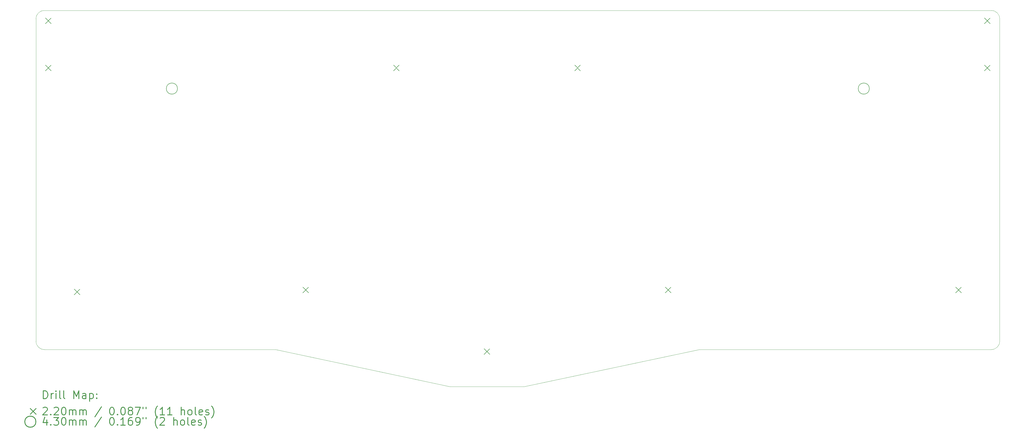
<source format=gbr>
%FSLAX45Y45*%
G04 Gerber Fmt 4.5, Leading zero omitted, Abs format (unit mm)*
G04 Created by KiCad (PCBNEW (5.1.6)-1) date 2020-10-24 16:54:56*
%MOMM*%
%LPD*%
G01*
G04 APERTURE LIST*
%TA.AperFunction,Profile*%
%ADD10C,0.050000*%
%TD*%
%ADD11C,0.200000*%
%ADD12C,0.300000*%
G04 APERTURE END LIST*
D10*
X39449375Y-20081875D02*
G75*
G02*
X39131875Y-20399375I-317500J0D01*
G01*
X2619375Y-20399375D02*
X11544300Y-20399375D01*
X39131875Y-7302500D02*
G75*
G02*
X39449375Y-7620000I0J-317500D01*
G01*
X39131875Y-20399375D02*
X27860625Y-20399375D01*
X27860625Y-20399375D02*
X21113750Y-21828125D01*
X18256250Y-21828125D02*
X21113750Y-21828125D01*
X11544300Y-20399375D02*
X18256250Y-21828125D01*
X2301875Y-7620000D02*
G75*
G02*
X2619375Y-7302500I317500J0D01*
G01*
X2619375Y-7302500D02*
X39131875Y-7302500D01*
X2301875Y-7620000D02*
X2301875Y-20081875D01*
X39449375Y-7620000D02*
X39449375Y-20081875D01*
X2619375Y-20399375D02*
G75*
G02*
X2301875Y-20081875I0J317500D01*
G01*
D11*
X23067500Y-9415000D02*
X23287500Y-9635000D01*
X23287500Y-9415000D02*
X23067500Y-9635000D01*
X3779375Y-18066875D02*
X3999375Y-18286875D01*
X3999375Y-18066875D02*
X3779375Y-18286875D01*
X16082500Y-9415000D02*
X16302500Y-9635000D01*
X16302500Y-9415000D02*
X16082500Y-9635000D01*
X19575000Y-20368750D02*
X19795000Y-20588750D01*
X19795000Y-20368750D02*
X19575000Y-20588750D01*
X12590000Y-17987500D02*
X12810000Y-18207500D01*
X12810000Y-17987500D02*
X12590000Y-18207500D01*
X2668125Y-9415000D02*
X2888125Y-9635000D01*
X2888125Y-9415000D02*
X2668125Y-9635000D01*
X26560000Y-17987500D02*
X26780000Y-18207500D01*
X26780000Y-17987500D02*
X26560000Y-18207500D01*
X38863125Y-9415000D02*
X39083125Y-9635000D01*
X39083125Y-9415000D02*
X38863125Y-9635000D01*
X38863125Y-7589375D02*
X39083125Y-7809375D01*
X39083125Y-7589375D02*
X38863125Y-7809375D01*
X2668125Y-7589375D02*
X2888125Y-7809375D01*
X2888125Y-7589375D02*
X2668125Y-7809375D01*
X37751875Y-17987500D02*
X37971875Y-18207500D01*
X37971875Y-17987500D02*
X37751875Y-18207500D01*
X7755625Y-10318750D02*
G75*
G03*
X7755625Y-10318750I-215000J0D01*
G01*
X34425625Y-10318750D02*
G75*
G03*
X34425625Y-10318750I-215000J0D01*
G01*
D12*
X2585803Y-22296339D02*
X2585803Y-21996339D01*
X2657232Y-21996339D01*
X2700089Y-22010625D01*
X2728661Y-22039197D01*
X2742946Y-22067768D01*
X2757232Y-22124911D01*
X2757232Y-22167768D01*
X2742946Y-22224911D01*
X2728661Y-22253482D01*
X2700089Y-22282054D01*
X2657232Y-22296339D01*
X2585803Y-22296339D01*
X2885803Y-22296339D02*
X2885803Y-22096339D01*
X2885803Y-22153482D02*
X2900089Y-22124911D01*
X2914375Y-22110625D01*
X2942946Y-22096339D01*
X2971518Y-22096339D01*
X3071518Y-22296339D02*
X3071518Y-22096339D01*
X3071518Y-21996339D02*
X3057232Y-22010625D01*
X3071518Y-22024911D01*
X3085803Y-22010625D01*
X3071518Y-21996339D01*
X3071518Y-22024911D01*
X3257232Y-22296339D02*
X3228661Y-22282054D01*
X3214375Y-22253482D01*
X3214375Y-21996339D01*
X3414375Y-22296339D02*
X3385803Y-22282054D01*
X3371518Y-22253482D01*
X3371518Y-21996339D01*
X3757232Y-22296339D02*
X3757232Y-21996339D01*
X3857232Y-22210625D01*
X3957232Y-21996339D01*
X3957232Y-22296339D01*
X4228661Y-22296339D02*
X4228661Y-22139197D01*
X4214375Y-22110625D01*
X4185803Y-22096339D01*
X4128661Y-22096339D01*
X4100089Y-22110625D01*
X4228661Y-22282054D02*
X4200089Y-22296339D01*
X4128661Y-22296339D01*
X4100089Y-22282054D01*
X4085803Y-22253482D01*
X4085803Y-22224911D01*
X4100089Y-22196339D01*
X4128661Y-22182054D01*
X4200089Y-22182054D01*
X4228661Y-22167768D01*
X4371518Y-22096339D02*
X4371518Y-22396339D01*
X4371518Y-22110625D02*
X4400089Y-22096339D01*
X4457232Y-22096339D01*
X4485803Y-22110625D01*
X4500089Y-22124911D01*
X4514375Y-22153482D01*
X4514375Y-22239197D01*
X4500089Y-22267768D01*
X4485803Y-22282054D01*
X4457232Y-22296339D01*
X4400089Y-22296339D01*
X4371518Y-22282054D01*
X4642946Y-22267768D02*
X4657232Y-22282054D01*
X4642946Y-22296339D01*
X4628661Y-22282054D01*
X4642946Y-22267768D01*
X4642946Y-22296339D01*
X4642946Y-22110625D02*
X4657232Y-22124911D01*
X4642946Y-22139197D01*
X4628661Y-22124911D01*
X4642946Y-22110625D01*
X4642946Y-22139197D01*
X2079375Y-22680625D02*
X2299375Y-22900625D01*
X2299375Y-22680625D02*
X2079375Y-22900625D01*
X2571518Y-22654911D02*
X2585803Y-22640625D01*
X2614375Y-22626339D01*
X2685803Y-22626339D01*
X2714375Y-22640625D01*
X2728661Y-22654911D01*
X2742946Y-22683482D01*
X2742946Y-22712054D01*
X2728661Y-22754911D01*
X2557232Y-22926339D01*
X2742946Y-22926339D01*
X2871518Y-22897768D02*
X2885803Y-22912054D01*
X2871518Y-22926339D01*
X2857232Y-22912054D01*
X2871518Y-22897768D01*
X2871518Y-22926339D01*
X3000089Y-22654911D02*
X3014375Y-22640625D01*
X3042946Y-22626339D01*
X3114375Y-22626339D01*
X3142946Y-22640625D01*
X3157232Y-22654911D01*
X3171518Y-22683482D01*
X3171518Y-22712054D01*
X3157232Y-22754911D01*
X2985803Y-22926339D01*
X3171518Y-22926339D01*
X3357232Y-22626339D02*
X3385803Y-22626339D01*
X3414375Y-22640625D01*
X3428661Y-22654911D01*
X3442946Y-22683482D01*
X3457232Y-22740625D01*
X3457232Y-22812054D01*
X3442946Y-22869196D01*
X3428661Y-22897768D01*
X3414375Y-22912054D01*
X3385803Y-22926339D01*
X3357232Y-22926339D01*
X3328661Y-22912054D01*
X3314375Y-22897768D01*
X3300089Y-22869196D01*
X3285803Y-22812054D01*
X3285803Y-22740625D01*
X3300089Y-22683482D01*
X3314375Y-22654911D01*
X3328661Y-22640625D01*
X3357232Y-22626339D01*
X3585803Y-22926339D02*
X3585803Y-22726339D01*
X3585803Y-22754911D02*
X3600089Y-22740625D01*
X3628661Y-22726339D01*
X3671518Y-22726339D01*
X3700089Y-22740625D01*
X3714375Y-22769196D01*
X3714375Y-22926339D01*
X3714375Y-22769196D02*
X3728661Y-22740625D01*
X3757232Y-22726339D01*
X3800089Y-22726339D01*
X3828661Y-22740625D01*
X3842946Y-22769196D01*
X3842946Y-22926339D01*
X3985803Y-22926339D02*
X3985803Y-22726339D01*
X3985803Y-22754911D02*
X4000089Y-22740625D01*
X4028661Y-22726339D01*
X4071518Y-22726339D01*
X4100089Y-22740625D01*
X4114375Y-22769196D01*
X4114375Y-22926339D01*
X4114375Y-22769196D02*
X4128661Y-22740625D01*
X4157232Y-22726339D01*
X4200089Y-22726339D01*
X4228661Y-22740625D01*
X4242946Y-22769196D01*
X4242946Y-22926339D01*
X4828661Y-22612054D02*
X4571518Y-22997768D01*
X5214375Y-22626339D02*
X5242946Y-22626339D01*
X5271518Y-22640625D01*
X5285803Y-22654911D01*
X5300089Y-22683482D01*
X5314375Y-22740625D01*
X5314375Y-22812054D01*
X5300089Y-22869196D01*
X5285803Y-22897768D01*
X5271518Y-22912054D01*
X5242946Y-22926339D01*
X5214375Y-22926339D01*
X5185803Y-22912054D01*
X5171518Y-22897768D01*
X5157232Y-22869196D01*
X5142946Y-22812054D01*
X5142946Y-22740625D01*
X5157232Y-22683482D01*
X5171518Y-22654911D01*
X5185803Y-22640625D01*
X5214375Y-22626339D01*
X5442946Y-22897768D02*
X5457232Y-22912054D01*
X5442946Y-22926339D01*
X5428661Y-22912054D01*
X5442946Y-22897768D01*
X5442946Y-22926339D01*
X5642946Y-22626339D02*
X5671518Y-22626339D01*
X5700089Y-22640625D01*
X5714375Y-22654911D01*
X5728661Y-22683482D01*
X5742946Y-22740625D01*
X5742946Y-22812054D01*
X5728661Y-22869196D01*
X5714375Y-22897768D01*
X5700089Y-22912054D01*
X5671518Y-22926339D01*
X5642946Y-22926339D01*
X5614375Y-22912054D01*
X5600089Y-22897768D01*
X5585803Y-22869196D01*
X5571518Y-22812054D01*
X5571518Y-22740625D01*
X5585803Y-22683482D01*
X5600089Y-22654911D01*
X5614375Y-22640625D01*
X5642946Y-22626339D01*
X5914375Y-22754911D02*
X5885803Y-22740625D01*
X5871518Y-22726339D01*
X5857232Y-22697768D01*
X5857232Y-22683482D01*
X5871518Y-22654911D01*
X5885803Y-22640625D01*
X5914375Y-22626339D01*
X5971518Y-22626339D01*
X6000089Y-22640625D01*
X6014375Y-22654911D01*
X6028661Y-22683482D01*
X6028661Y-22697768D01*
X6014375Y-22726339D01*
X6000089Y-22740625D01*
X5971518Y-22754911D01*
X5914375Y-22754911D01*
X5885803Y-22769196D01*
X5871518Y-22783482D01*
X5857232Y-22812054D01*
X5857232Y-22869196D01*
X5871518Y-22897768D01*
X5885803Y-22912054D01*
X5914375Y-22926339D01*
X5971518Y-22926339D01*
X6000089Y-22912054D01*
X6014375Y-22897768D01*
X6028661Y-22869196D01*
X6028661Y-22812054D01*
X6014375Y-22783482D01*
X6000089Y-22769196D01*
X5971518Y-22754911D01*
X6128661Y-22626339D02*
X6328661Y-22626339D01*
X6200089Y-22926339D01*
X6428661Y-22626339D02*
X6428661Y-22683482D01*
X6542946Y-22626339D02*
X6542946Y-22683482D01*
X6985803Y-23040625D02*
X6971518Y-23026339D01*
X6942946Y-22983482D01*
X6928661Y-22954911D01*
X6914375Y-22912054D01*
X6900089Y-22840625D01*
X6900089Y-22783482D01*
X6914375Y-22712054D01*
X6928661Y-22669196D01*
X6942946Y-22640625D01*
X6971518Y-22597768D01*
X6985803Y-22583482D01*
X7257232Y-22926339D02*
X7085803Y-22926339D01*
X7171518Y-22926339D02*
X7171518Y-22626339D01*
X7142946Y-22669196D01*
X7114375Y-22697768D01*
X7085803Y-22712054D01*
X7542946Y-22926339D02*
X7371518Y-22926339D01*
X7457232Y-22926339D02*
X7457232Y-22626339D01*
X7428661Y-22669196D01*
X7400089Y-22697768D01*
X7371518Y-22712054D01*
X7900089Y-22926339D02*
X7900089Y-22626339D01*
X8028661Y-22926339D02*
X8028661Y-22769196D01*
X8014375Y-22740625D01*
X7985803Y-22726339D01*
X7942946Y-22726339D01*
X7914375Y-22740625D01*
X7900089Y-22754911D01*
X8214375Y-22926339D02*
X8185803Y-22912054D01*
X8171518Y-22897768D01*
X8157232Y-22869196D01*
X8157232Y-22783482D01*
X8171518Y-22754911D01*
X8185803Y-22740625D01*
X8214375Y-22726339D01*
X8257232Y-22726339D01*
X8285803Y-22740625D01*
X8300089Y-22754911D01*
X8314375Y-22783482D01*
X8314375Y-22869196D01*
X8300089Y-22897768D01*
X8285803Y-22912054D01*
X8257232Y-22926339D01*
X8214375Y-22926339D01*
X8485803Y-22926339D02*
X8457232Y-22912054D01*
X8442946Y-22883482D01*
X8442946Y-22626339D01*
X8714375Y-22912054D02*
X8685803Y-22926339D01*
X8628661Y-22926339D01*
X8600089Y-22912054D01*
X8585803Y-22883482D01*
X8585803Y-22769196D01*
X8600089Y-22740625D01*
X8628661Y-22726339D01*
X8685803Y-22726339D01*
X8714375Y-22740625D01*
X8728661Y-22769196D01*
X8728661Y-22797768D01*
X8585803Y-22826339D01*
X8842946Y-22912054D02*
X8871518Y-22926339D01*
X8928661Y-22926339D01*
X8957232Y-22912054D01*
X8971518Y-22883482D01*
X8971518Y-22869196D01*
X8957232Y-22840625D01*
X8928661Y-22826339D01*
X8885803Y-22826339D01*
X8857232Y-22812054D01*
X8842946Y-22783482D01*
X8842946Y-22769196D01*
X8857232Y-22740625D01*
X8885803Y-22726339D01*
X8928661Y-22726339D01*
X8957232Y-22740625D01*
X9071518Y-23040625D02*
X9085803Y-23026339D01*
X9114375Y-22983482D01*
X9128661Y-22954911D01*
X9142946Y-22912054D01*
X9157232Y-22840625D01*
X9157232Y-22783482D01*
X9142946Y-22712054D01*
X9128661Y-22669196D01*
X9114375Y-22640625D01*
X9085803Y-22597768D01*
X9071518Y-22583482D01*
X2299375Y-23186625D02*
G75*
G03*
X2299375Y-23186625I-215000J0D01*
G01*
X2714375Y-23122339D02*
X2714375Y-23322339D01*
X2642946Y-23008054D02*
X2571518Y-23222339D01*
X2757232Y-23222339D01*
X2871518Y-23293768D02*
X2885803Y-23308054D01*
X2871518Y-23322339D01*
X2857232Y-23308054D01*
X2871518Y-23293768D01*
X2871518Y-23322339D01*
X2985803Y-23022339D02*
X3171518Y-23022339D01*
X3071518Y-23136625D01*
X3114375Y-23136625D01*
X3142946Y-23150911D01*
X3157232Y-23165196D01*
X3171518Y-23193768D01*
X3171518Y-23265196D01*
X3157232Y-23293768D01*
X3142946Y-23308054D01*
X3114375Y-23322339D01*
X3028661Y-23322339D01*
X3000089Y-23308054D01*
X2985803Y-23293768D01*
X3357232Y-23022339D02*
X3385803Y-23022339D01*
X3414375Y-23036625D01*
X3428661Y-23050911D01*
X3442946Y-23079482D01*
X3457232Y-23136625D01*
X3457232Y-23208054D01*
X3442946Y-23265196D01*
X3428661Y-23293768D01*
X3414375Y-23308054D01*
X3385803Y-23322339D01*
X3357232Y-23322339D01*
X3328661Y-23308054D01*
X3314375Y-23293768D01*
X3300089Y-23265196D01*
X3285803Y-23208054D01*
X3285803Y-23136625D01*
X3300089Y-23079482D01*
X3314375Y-23050911D01*
X3328661Y-23036625D01*
X3357232Y-23022339D01*
X3585803Y-23322339D02*
X3585803Y-23122339D01*
X3585803Y-23150911D02*
X3600089Y-23136625D01*
X3628661Y-23122339D01*
X3671518Y-23122339D01*
X3700089Y-23136625D01*
X3714375Y-23165196D01*
X3714375Y-23322339D01*
X3714375Y-23165196D02*
X3728661Y-23136625D01*
X3757232Y-23122339D01*
X3800089Y-23122339D01*
X3828661Y-23136625D01*
X3842946Y-23165196D01*
X3842946Y-23322339D01*
X3985803Y-23322339D02*
X3985803Y-23122339D01*
X3985803Y-23150911D02*
X4000089Y-23136625D01*
X4028661Y-23122339D01*
X4071518Y-23122339D01*
X4100089Y-23136625D01*
X4114375Y-23165196D01*
X4114375Y-23322339D01*
X4114375Y-23165196D02*
X4128661Y-23136625D01*
X4157232Y-23122339D01*
X4200089Y-23122339D01*
X4228661Y-23136625D01*
X4242946Y-23165196D01*
X4242946Y-23322339D01*
X4828661Y-23008054D02*
X4571518Y-23393768D01*
X5214375Y-23022339D02*
X5242946Y-23022339D01*
X5271518Y-23036625D01*
X5285803Y-23050911D01*
X5300089Y-23079482D01*
X5314375Y-23136625D01*
X5314375Y-23208054D01*
X5300089Y-23265196D01*
X5285803Y-23293768D01*
X5271518Y-23308054D01*
X5242946Y-23322339D01*
X5214375Y-23322339D01*
X5185803Y-23308054D01*
X5171518Y-23293768D01*
X5157232Y-23265196D01*
X5142946Y-23208054D01*
X5142946Y-23136625D01*
X5157232Y-23079482D01*
X5171518Y-23050911D01*
X5185803Y-23036625D01*
X5214375Y-23022339D01*
X5442946Y-23293768D02*
X5457232Y-23308054D01*
X5442946Y-23322339D01*
X5428661Y-23308054D01*
X5442946Y-23293768D01*
X5442946Y-23322339D01*
X5742946Y-23322339D02*
X5571518Y-23322339D01*
X5657232Y-23322339D02*
X5657232Y-23022339D01*
X5628661Y-23065196D01*
X5600089Y-23093768D01*
X5571518Y-23108054D01*
X6000089Y-23022339D02*
X5942946Y-23022339D01*
X5914375Y-23036625D01*
X5900089Y-23050911D01*
X5871518Y-23093768D01*
X5857232Y-23150911D01*
X5857232Y-23265196D01*
X5871518Y-23293768D01*
X5885803Y-23308054D01*
X5914375Y-23322339D01*
X5971518Y-23322339D01*
X6000089Y-23308054D01*
X6014375Y-23293768D01*
X6028661Y-23265196D01*
X6028661Y-23193768D01*
X6014375Y-23165196D01*
X6000089Y-23150911D01*
X5971518Y-23136625D01*
X5914375Y-23136625D01*
X5885803Y-23150911D01*
X5871518Y-23165196D01*
X5857232Y-23193768D01*
X6171518Y-23322339D02*
X6228661Y-23322339D01*
X6257232Y-23308054D01*
X6271518Y-23293768D01*
X6300089Y-23250911D01*
X6314375Y-23193768D01*
X6314375Y-23079482D01*
X6300089Y-23050911D01*
X6285803Y-23036625D01*
X6257232Y-23022339D01*
X6200089Y-23022339D01*
X6171518Y-23036625D01*
X6157232Y-23050911D01*
X6142946Y-23079482D01*
X6142946Y-23150911D01*
X6157232Y-23179482D01*
X6171518Y-23193768D01*
X6200089Y-23208054D01*
X6257232Y-23208054D01*
X6285803Y-23193768D01*
X6300089Y-23179482D01*
X6314375Y-23150911D01*
X6428661Y-23022339D02*
X6428661Y-23079482D01*
X6542946Y-23022339D02*
X6542946Y-23079482D01*
X6985803Y-23436625D02*
X6971518Y-23422339D01*
X6942946Y-23379482D01*
X6928661Y-23350911D01*
X6914375Y-23308054D01*
X6900089Y-23236625D01*
X6900089Y-23179482D01*
X6914375Y-23108054D01*
X6928661Y-23065196D01*
X6942946Y-23036625D01*
X6971518Y-22993768D01*
X6985803Y-22979482D01*
X7085803Y-23050911D02*
X7100089Y-23036625D01*
X7128661Y-23022339D01*
X7200089Y-23022339D01*
X7228661Y-23036625D01*
X7242946Y-23050911D01*
X7257232Y-23079482D01*
X7257232Y-23108054D01*
X7242946Y-23150911D01*
X7071518Y-23322339D01*
X7257232Y-23322339D01*
X7614375Y-23322339D02*
X7614375Y-23022339D01*
X7742946Y-23322339D02*
X7742946Y-23165196D01*
X7728661Y-23136625D01*
X7700089Y-23122339D01*
X7657232Y-23122339D01*
X7628661Y-23136625D01*
X7614375Y-23150911D01*
X7928661Y-23322339D02*
X7900089Y-23308054D01*
X7885803Y-23293768D01*
X7871518Y-23265196D01*
X7871518Y-23179482D01*
X7885803Y-23150911D01*
X7900089Y-23136625D01*
X7928661Y-23122339D01*
X7971518Y-23122339D01*
X8000089Y-23136625D01*
X8014375Y-23150911D01*
X8028661Y-23179482D01*
X8028661Y-23265196D01*
X8014375Y-23293768D01*
X8000089Y-23308054D01*
X7971518Y-23322339D01*
X7928661Y-23322339D01*
X8200089Y-23322339D02*
X8171518Y-23308054D01*
X8157232Y-23279482D01*
X8157232Y-23022339D01*
X8428661Y-23308054D02*
X8400089Y-23322339D01*
X8342946Y-23322339D01*
X8314375Y-23308054D01*
X8300089Y-23279482D01*
X8300089Y-23165196D01*
X8314375Y-23136625D01*
X8342946Y-23122339D01*
X8400089Y-23122339D01*
X8428661Y-23136625D01*
X8442946Y-23165196D01*
X8442946Y-23193768D01*
X8300089Y-23222339D01*
X8557232Y-23308054D02*
X8585803Y-23322339D01*
X8642946Y-23322339D01*
X8671518Y-23308054D01*
X8685803Y-23279482D01*
X8685803Y-23265196D01*
X8671518Y-23236625D01*
X8642946Y-23222339D01*
X8600089Y-23222339D01*
X8571518Y-23208054D01*
X8557232Y-23179482D01*
X8557232Y-23165196D01*
X8571518Y-23136625D01*
X8600089Y-23122339D01*
X8642946Y-23122339D01*
X8671518Y-23136625D01*
X8785803Y-23436625D02*
X8800089Y-23422339D01*
X8828661Y-23379482D01*
X8842946Y-23350911D01*
X8857232Y-23308054D01*
X8871518Y-23236625D01*
X8871518Y-23179482D01*
X8857232Y-23108054D01*
X8842946Y-23065196D01*
X8828661Y-23036625D01*
X8800089Y-22993768D01*
X8785803Y-22979482D01*
M02*

</source>
